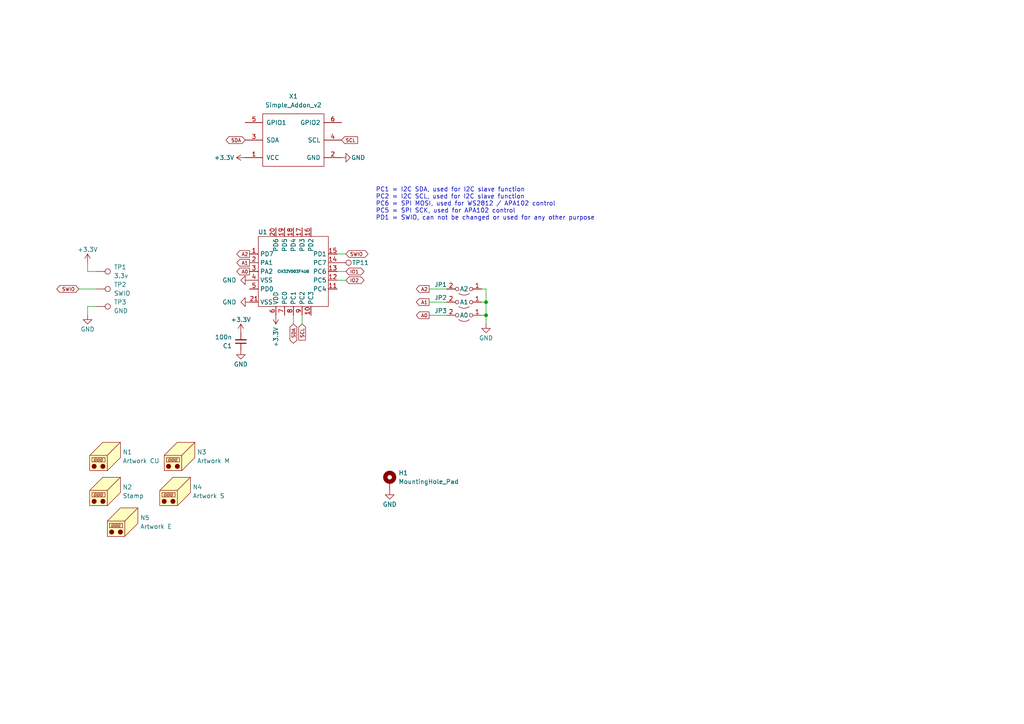
<source format=kicad_sch>
(kicad_sch (version 20231120) (generator "eeschema") (generator_version "7.99")
  (paper "A4")
  (title_block (title "QWIIC to SAO adapter") (date "2024-01-05") (rev "0.1") (company "Nicolai Electronics"))
  (lib_symbols
    (symbol "Connector:TestPoint" (pin_numbers hide) (pin_names (offset 0.762) hide)
      (property "Reference" "TP" (at 0 6.858 0))
      (property "Value" "TestPoint" (at 0 5.08 0))
      (symbol "TestPoint_0_1"
        (circle (center 0 3.302) (radius 0.762))
      )
      (symbol "TestPoint_1_1"
        (pin passive line (at 0 0 90) (length 2.54) (name "1") (number "1"))
      )
    )
    (symbol "Mechanical:Housing" (pin_names (offset 1.016))
      (property "Reference" "N" (at 3.81 0 0))
      (property "Value" "Housing" (at 3.81 -1.905 0))
      (symbol "Housing_0_1"
        (rectangle (start -5.08 -0.635) (end -1.27 -1.905))
        (circle (center -4.445 -3.175) (radius 0.635) (fill (type outline)))
        (circle (center -1.905 -3.175) (radius 0.635) (fill (type outline)))
        (polyline (pts (xy -4.5212 -1.5748) (xy -4.4704 -1.3716)))
        (polyline (pts (xy -4.4196 -1.6764) (xy -4.064 -1.6764)))
        (polyline (pts (xy -4.4196 -1.2192) (xy -4.3688 -0.9652)))
        (polyline (pts (xy -4.318 -1.3208) (xy -4.0132 -1.3208)))
        (polyline (pts (xy -4.2164 -0.9144) (xy -3.9116 -0.9144)))
        (polyline (pts (xy -3.9116 -1.6256) (xy -3.8608 -1.3716)))
        (polyline (pts (xy -3.81 -1.2192) (xy -3.7592 -0.9652)))
        (polyline (pts (xy -3.6068 -1.5748) (xy -3.556 -1.3716)))
        (polyline (pts (xy -3.5052 -1.6764) (xy -3.1496 -1.6764)))
        (polyline (pts (xy -3.5052 -1.2192) (xy -3.4544 -0.9652)))
        (polyline (pts (xy -3.4036 -1.3208) (xy -3.0988 -1.3208)))
        (polyline (pts (xy -3.302 -0.9144) (xy -2.9972 -0.9144)))
        (polyline (pts (xy -2.9972 -1.6256) (xy -2.9464 -1.3716)))
        (polyline (pts (xy -2.8956 -1.2192) (xy -2.8448 -0.9652)))
        (polyline (pts (xy -2.6924 -1.5748) (xy -2.6416 -1.3716)))
        (polyline (pts (xy -2.5908 -1.6764) (xy -2.2352 -1.6764)))
        (polyline (pts (xy -2.5908 -1.2192) (xy -2.54 -0.9652)))
        (polyline (pts (xy -2.4892 -1.3208) (xy -2.1844 -1.3208)))
        (polyline (pts (xy -2.3876 -0.9144) (xy -2.0828 -0.9144)))
        (polyline (pts (xy -2.0828 -1.6256) (xy -2.032 -1.3716)))
        (polyline (pts (xy -1.9812 -1.2192) (xy -1.9304 -0.9652)))
        (polyline (pts (xy -0.635 0) (xy -0.635 -4.445)))
        (polyline (pts (xy -5.715 0) (xy -0.635 0) (xy 3.175 3.81)))
        (polyline (pts (xy -5.715 0) (xy -5.715 -4.445) (xy -0.635 -4.445) (xy 3.175 -0.635) (xy 3.175 3.81) (xy -1.905 3.81) (xy -5.715 0)) (fill (type background)))
      )
    )
    (symbol "Mechanical:MountingHole_Pad" (pin_numbers hide) (pin_names (offset 1.016) hide)
      (property "Reference" "H" (at 0 6.35 0))
      (property "Value" "MountingHole_Pad" (at 0 4.445 0))
      (symbol "MountingHole_Pad_0_1"
        (circle (center 0 1.27) (radius 1.27) (stroke (width 1.27)))
      )
      (symbol "MountingHole_Pad_1_1"
        (pin input line (at 0 -2.54 90) (length 2.54) (name "1") (number "1"))
      )
    )
    (symbol "Simple_Addon_v2:Simple_Addon_v2" (pin_names (offset 1.016))
      (property "Reference" "X" (at 0 0 0))
      (property "Value" "Simple_Addon_v2" (at 0 20.32 0))
      (symbol "Simple_Addon_v2_0_1"
        (rectangle (start -7.62 8.89) (end 7.62 -8.89))
      )
      (symbol "Simple_Addon_v2_1_1"
        (pin input line (at -5.08 13.97 270) (length 5.08) (name "VCC") (number "1"))
        (pin input line (at -5.08 -13.97 90) (length 5.08) (name "GND") (number "2"))
        (pin input line (at 0 13.97 270) (length 5.08) (name "SDA") (number "3"))
        (pin input line (at 0 -13.97 90) (length 5.08) (name "SCL") (number "4"))
        (pin input line (at 5.08 13.97 270) (length 5.08) (name "GPIO1") (number "5"))
        (pin input line (at 5.08 -13.97 90) (length 5.08) (name "GPIO2") (number "6"))
      )
    )
    (symbol "ch32v003:CH32V003F4U6"
      (property "Reference" "U" (at 2.54 -22.86 0))
      (property "Value" "CH32V003F4U6" (at 0 0 0))
      (symbol "CH32V003F4U6_0_1"
        (rectangle (start -10.16 10.16) (end 10.16 -10.16))
      )
      (symbol "CH32V003F4U6_1_1"
        (pin bidirectional line (at -12.7 5.08 0) (length 2.54) (name "PD7") (number "1"))
        (pin bidirectional line (at 5.08 -12.7 90) (length 2.54) (name "PC3") (number "10"))
        (pin bidirectional line (at 12.7 -5.08 180) (length 2.54) (name "PC4") (number "11"))
        (pin bidirectional line (at 12.7 -2.54 180) (length 2.54) (name "PC5") (number "12"))
        (pin bidirectional line (at 12.7 0 180) (length 2.54) (name "PC6") (number "13"))
        (pin bidirectional line (at 12.7 2.54 180) (length 2.54) (name "PC7") (number "14"))
        (pin bidirectional line (at 12.7 5.08 180) (length 2.54) (name "PD1") (number "15"))
        (pin bidirectional line (at 5.08 12.7 270) (length 2.54) (name "PD2") (number "16"))
        (pin bidirectional line (at 2.54 12.7 270) (length 2.54) (name "PD3") (number "17"))
        (pin bidirectional line (at 0 12.7 270) (length 2.54) (name "PD4") (number "18"))
        (pin bidirectional line (at -2.54 12.7 270) (length 2.54) (name "PD5") (number "19"))
        (pin bidirectional line (at -12.7 2.54 0) (length 2.54) (name "PA1") (number "2"))
        (pin bidirectional line (at -5.08 12.7 270) (length 2.54) (name "PD6") (number "20"))
        (pin power_in line (at -12.7 -8.89 0) (length 2.54) (name "VSS") (number "21"))
        (pin bidirectional line (at -12.7 0 0) (length 2.54) (name "PA2") (number "3"))
        (pin power_in line (at -12.7 -2.54 0) (length 2.54) (name "VSS") (number "4"))
        (pin bidirectional line (at -12.7 -5.08 0) (length 2.54) (name "PD0") (number "5"))
        (pin power_in line (at -5.08 -12.7 90) (length 2.54) (name "VDD") (number "6"))
        (pin bidirectional line (at -2.54 -12.7 90) (length 2.54) (name "PC0") (number "7"))
        (pin bidirectional line (at 0 -12.7 90) (length 2.54) (name "PC1") (number "8"))
        (pin bidirectional line (at 2.54 -12.7 90) (length 2.54) (name "PC2") (number "9"))
      )
    )
    (symbol "power:+3.3V" (power) (pin_names (offset 0))
      (property "Value" "+3.3V" (at 0 3.556 0))
      (symbol "+3.3V_0_1"
        (polyline (pts (xy -0.762 1.27) (xy 0 2.54)))
        (polyline (pts (xy 0 0) (xy 0 2.54)))
        (polyline (pts (xy 0 2.54) (xy 0.762 1.27)))
      )
      (symbol "+3.3V_1_1"
        (pin power_in line (at 0 0 90) (length 0) hide (name "+3.3V") (number "1"))
      )
    )
    (symbol "power:GND" (power) (pin_names (offset 0))
      (property "Value" "GND" (at 0 -3.81 0))
      (symbol "GND_0_1"
        (polyline (pts (xy 0 0) (xy 0 -1.27) (xy 1.27 -1.27) (xy 0 -2.54) (xy -1.27 -1.27) (xy 0 -1.27)))
      )
      (symbol "GND_1_1"
        (pin power_in line (at 0 0 270) (length 0) hide (name "GND") (number "1"))
      )
    )
    (symbol "vfd:C_Small" (pin_numbers hide) (pin_names (offset 0.254) hide)
      (property "Reference" "C" (at 0.254 1.778 0))
      (property "Value" "C_Small" (at 0.254 -2.032 0))
      (symbol "C_Small_0_1"
        (polyline (pts (xy -1.524 -0.508) (xy 1.524 -0.508)) (stroke (width 0.3302)))
        (polyline (pts (xy -1.524 0.508) (xy 1.524 0.508)) (stroke (width 0.3048)))
      )
      (symbol "C_Small_1_1"
        (pin passive line (at 0 2.54 270) (length 2.032) (name "~") (number "1"))
        (pin passive line (at 0 -2.54 90) (length 2.032) (name "~") (number "2"))
      )
    )
    (symbol "vfd:Jumper_2_Open" (pin_names (offset 0) hide)
      (property "Reference" "JP" (at 0 2.794 0))
      (property "Value" "Jumper_2_Open" (at 0 -2.286 0))
      (symbol "Jumper_2_Open_0_0"
        (circle (center -2.032 0) (radius 0.508))
        (circle (center 2.032 0) (radius 0.508))
      )
      (symbol "Jumper_2_Open_0_1"
        (arc (start 1.524 1.27) (mid 0 1.778) (end -1.524 1.27))
      )
      (symbol "Jumper_2_Open_1_1"
        (pin passive line (at -5.08 0 0) (length 2.54) (name "A") (number "1"))
        (pin passive line (at 5.08 0 180) (length 2.54) (name "B") (number "2"))
      )
    )
  )
  (junction (at 140.97 87.63))
  (junction (at 140.97 91.44))
  (wire (pts (xy 139.7 87.63) (xy 140.97 87.63)))
  (wire (pts (xy 97.79 78.74) (xy 100.33 78.74)))
  (wire (pts (xy 85.09 91.44) (xy 85.09 93.98)))
  (wire (pts (xy 25.4 78.74) (xy 27.94 78.74)))
  (wire (pts (xy 87.63 91.44) (xy 87.63 93.98)))
  (wire (pts (xy 124.46 83.82) (xy 129.54 83.82)))
  (wire (pts (xy 27.94 88.9) (xy 25.4 88.9)))
  (wire (pts (xy 124.46 87.63) (xy 129.54 87.63)))
  (wire (pts (xy 25.4 88.9) (xy 25.4 91.44)))
  (wire (pts (xy 140.97 91.44) (xy 140.97 93.98)))
  (wire (pts (xy 139.7 91.44) (xy 140.97 91.44)))
  (wire (pts (xy 97.79 73.66) (xy 100.33 73.66)))
  (wire (pts (xy 139.7 83.82) (xy 140.97 83.82)))
  (wire (pts (xy 25.4 76.2) (xy 25.4 78.74)))
  (wire (pts (xy 22.86 83.82) (xy 27.94 83.82)))
  (wire (pts (xy 124.46 91.44) (xy 129.54 91.44)))
  (wire (pts (xy 140.97 87.63) (xy 140.97 91.44)))
  (wire (pts (xy 140.97 83.82) (xy 140.97 87.63)))
  (wire (pts (xy 97.79 81.28) (xy 100.33 81.28)))
  (text "PC1 = I2C SDA, used for I2C slave function\nPC2 = I2C SCL, used for I2C slave function\nPC6 = SPI MOSI, used for WS2812 / APA102 control \nPC5 = SPI SCK, used for APA102 control\nPD1 = SWIO, can not be changed or used for any other purpose" (at 108.966 59.182 0) (effects (font (size 1.27 1.27)) (justify left)))
  (global_label "SDA" (shape bidirectional) (at 71.12 40.64 180) (effects (font (size 1 1))) (property "Intersheetrefs" "${INTERSHEET_REFS}" (effects (hide yes))))
  (global_label "SCL" (shape input) (at 87.63 93.98 270) (effects (font (size 1 1))) (property "Intersheetrefs" "${INTERSHEET_REFS}" (effects (hide yes))))
  (global_label "A1" (shape output) (at 72.39 76.2 180) (effects (font (size 1 1))) (property "Intersheetrefs" "${INTERSHEET_REFS}" (effects (hide yes))))
  (global_label "SDA" (shape bidirectional) (at 85.09 93.98 270) (effects (font (size 1 1))) (property "Intersheetrefs" "${INTERSHEET_REFS}" (effects (hide yes))))
  (global_label "A2" (shape output) (at 72.39 73.66 180) (effects (font (size 1 1))) (property "Intersheetrefs" "${INTERSHEET_REFS}" (effects (hide yes))))
  (global_label "A0" (shape output) (at 124.46 91.44 180) (effects (font (size 1 1))) (property "Intersheetrefs" "${INTERSHEET_REFS}" (effects (hide yes))))
  (global_label "SCL" (shape input) (at 99.06 40.64 0) (effects (font (size 1 1))) (property "Intersheetrefs" "${INTERSHEET_REFS}" (effects (hide yes))))
  (global_label "A2" (shape output) (at 124.46 83.82 180) (effects (font (size 1 1))) (property "Intersheetrefs" "${INTERSHEET_REFS}" (effects (hide yes))))
  (global_label "SWIO" (shape bidirectional) (at 22.86 83.82 180) (effects (font (size 1 1))) (property "Intersheetrefs" "${INTERSHEET_REFS}" (effects (hide yes))))
  (global_label "SWIO" (shape bidirectional) (at 100.33 73.66 0) (effects (font (size 1 1))) (property "Intersheetrefs" "${INTERSHEET_REFS}" (effects (hide yes))))
  (global_label "IO2" (shape bidirectional) (at 100.33 81.28 0) (effects (font (size 1 1))) (property "Intersheetrefs" "${INTERSHEET_REFS}" (effects (hide yes))))
  (global_label "A0" (shape output) (at 72.39 78.74 180) (effects (font (size 1 1))) (property "Intersheetrefs" "${INTERSHEET_REFS}" (effects (hide yes))))
  (global_label "A1" (shape output) (at 124.46 87.63 180) (effects (font (size 1 1))) (property "Intersheetrefs" "${INTERSHEET_REFS}" (effects (hide yes))))
  (global_label "IO1" (shape bidirectional) (at 100.33 78.74 0) (effects (font (size 1 1))) (property "Intersheetrefs" "${INTERSHEET_REFS}" (effects (hide yes))))
  (symbol (lib_id "Mechanical:Housing") (at 52.07 142.24 0) (unit 1)
    (property "Reference" "N4" (at 55.88 141.2874 0) (effects (justify left)))
    (property "Value" "Artwork S" (at 55.88 143.8274 0) (effects (justify left)))
    (property "Footprint" "artwork:Brooch_F.SilkS" (effects (hide yes)))
    (property "Description" "Housing" (effects (hide yes)))
    (property "LCSC" "-" (effects (hide yes)))
  )
  (symbol (lib_id "power:GND") (at 113.03 142.24 0) (unit 1)
    (property "Reference" "#PWR05" (effects (hide yes)))
    (property "Value" "GND" (at 113.03 146.304 0))
  )
  (symbol (lib_id "power:GND") (at 99.06 45.72 90) (unit 1)
    (property "Reference" "#PWR013" (effects (hide yes)))
    (property "Value" "GND" (at 103.886 45.72 90))
  )
  (symbol (lib_id "Connector:TestPoint") (at 27.94 83.82 270) (unit 1)
    (property "Reference" "TP2" (at 33.02 82.5499 90) (effects (justify left)))
    (property "Value" "SWIO" (at 33.02 85.0899 90) (effects (justify left)))
    (property "Footprint" "TestPoint:TestPoint_Pad_D2.0mm" (effects (hide yes)))
    (property "Description" "test point" (effects (hide yes)))
    (property "LCSC" "-" (effects (hide yes)))
  )
  (symbol (lib_id "Connector:TestPoint") (at 97.79 76.2 270) (unit 1)
    (property "Reference" "TP11" (at 102.108 76.2 90) (effects (justify left)))
    (property "Value" "14" (effects (hide yes)))
    (property "Footprint" "TestPoint:TestPoint_Pad_D2.0mm" (effects (hide yes)))
    (property "Description" "test point" (effects (hide yes)))
    (property "LCSC" "-" (effects (hide yes)))
  )
  (symbol (lib_id "vfd:Jumper_2_Open") (at 134.62 83.82 180) (unit 1)
    (property "Reference" "JP1" (at 125.984 82.55 0) (effects (justify right)))
    (property "Value" "A2" (at 133.35 83.82 0) (effects (justify right)))
    (property "Footprint" "Jumper:SolderJumper-2_P1.3mm_Open_TrianglePad1.0x1.5mm" (effects (hide yes)))
    (property "Description" "Jumper, 2-pole, open" (effects (hide yes)))
    (property "LCSC" "-" (effects (hide yes)))
  )
  (symbol (lib_id "power:+3.3V") (at 69.85 96.52 0) (unit 1)
    (property "Reference" "#PWR07" (effects (hide yes)))
    (property "Value" "+3.3V" (at 69.85 92.71 0))
  )
  (symbol (lib_id "power:+3.3V") (at 80.01 91.44 180) (unit 1)
    (property "Reference" "#PWR012" (effects (hide yes)))
    (property "Value" "+3.3V" (at 80.01 97.79 90))
  )
  (symbol (lib_id "power:GND") (at 140.97 93.98 0) (unit 1)
    (property "Reference" "#PWR014" (effects (hide yes)))
    (property "Value" "GND" (at 140.97 98.044 0))
  )
  (symbol (lib_id "power:GND") (at 72.39 81.28 270) (unit 1)
    (property "Reference" "#PWR010" (effects (hide yes)))
    (property "Value" "GND" (at 68.58 81.28 90) (effects (justify right)))
  )
  (symbol (lib_id "Mechanical:Housing") (at 31.75 132.08 0) (unit 1)
    (property "Reference" "N1" (at 35.56 131.1274 0) (effects (justify left)))
    (property "Value" "Artwork CU" (at 35.56 133.6674 0) (effects (justify left)))
    (property "Footprint" "artwork:Brooch_F.Cu" (effects (hide yes)))
    (property "Description" "Housing" (effects (hide yes)))
    (property "LCSC" "-" (effects (hide yes)))
  )
  (symbol (lib_id "Mechanical:Housing") (at 36.83 151.13 0) (unit 1)
    (property "Reference" "N5" (at 40.64 150.1774 0) (effects (justify left)))
    (property "Value" "Artwork E" (at 40.64 152.7174 0) (effects (justify left)))
    (property "Footprint" "artwork:Brooch_EdgeCut" (effects (hide yes)))
    (property "Description" "Housing" (effects (hide yes)))
    (property "LCSC" "-" (effects (hide yes)))
  )
  (symbol (lib_id "Connector:TestPoint") (at 27.94 78.74 270) (unit 1)
    (property "Reference" "TP1" (at 33.02 77.4699 90) (effects (justify left)))
    (property "Value" "3.3v" (at 33.02 80.0099 90) (effects (justify left)))
    (property "Footprint" "TestPoint:TestPoint_Pad_D2.0mm" (effects (hide yes)))
    (property "Description" "test point" (effects (hide yes)))
    (property "LCSC" "-" (effects (hide yes)))
  )
  (symbol (lib_id "Mechanical:Housing") (at 31.75 142.24 0) (unit 1)
    (property "Reference" "N2" (at 35.56 141.2874 0) (effects (justify left)))
    (property "Value" "Stamp" (at 35.56 143.8274 0) (effects (justify left)))
    (property "Footprint" "artwork:stamp" (effects (hide yes)))
    (property "Description" "Housing" (effects (hide yes)))
    (property "LCSC" "-" (effects (hide yes)))
  )
  (symbol (lib_id "power:GND") (at 69.85 101.6 0) (unit 1)
    (property "Reference" "#PWR08" (effects (hide yes)))
    (property "Value" "GND" (at 69.85 105.664 0))
  )
  (symbol (lib_id "Mechanical:MountingHole_Pad") (at 113.03 139.7 0) (unit 1)
    (property "Reference" "H1" (at 115.57 137.1599 0) (effects (justify left)))
    (property "Value" "MountingHole_Pad" (at 115.57 139.6999 0) (effects (justify left)))
    (property "Footprint" "artwork:TestPoint_Pad_D5.0mm" (effects (hide yes)))
    (property "Description" "Mounting Hole with connection" (effects (hide yes)))
  )
  (symbol (lib_id "power:+3.3V") (at 71.12 45.72 90) (unit 1)
    (property "Reference" "#PWR09" (effects (hide yes)))
    (property "Value" "+3.3V" (at 65.024 45.72 90))
  )
  (symbol (lib_id "vfd:C_Small") (at 69.85 99.06 180) (unit 1)
    (property "Reference" "C1" (at 67.31 100.3237 0) (effects (justify left)))
    (property "Value" "100n" (at 67.31 97.7837 0) (effects (justify left)))
    (property "Footprint" "Capacitor_SMD:C_0402_1005Metric" (effects (hide yes)))
  )
  (symbol (lib_id "power:GND") (at 72.39 87.63 270) (unit 1)
    (property "Reference" "#PWR011" (effects (hide yes)))
    (property "Value" "GND" (at 68.58 87.63 90) (effects (justify right)))
  )
  (symbol (lib_id "vfd:Jumper_2_Open") (at 134.62 91.44 180) (unit 1)
    (property "Reference" "JP3" (at 125.984 90.17 0) (effects (justify right)))
    (property "Value" "A0" (at 133.35 91.44 0) (effects (justify right)))
    (property "Footprint" "Jumper:SolderJumper-2_P1.3mm_Open_TrianglePad1.0x1.5mm" (effects (hide yes)))
    (property "Description" "Jumper, 2-pole, open" (effects (hide yes)))
    (property "LCSC" "-" (effects (hide yes)))
  )
  (symbol (lib_id "Simple_Addon_v2:Simple_Addon_v2") (at 85.09 40.64 90) (unit 1)
    (property "Reference" "X1" (at 85.09 27.94 90))
    (property "Value" "Simple_Addon_v2" (at 85.09 30.48 90))
    (property "Footprint" "Connector_PinHeader_2.54mm:PinHeader_2x03_P2.54mm_Vertical_SMD" (effects (hide yes)))
    (property "LCSC" "-" (effects (hide yes)))
  )
  (symbol (lib_id "power:GND") (at 25.4 91.44 0) (unit 1)
    (property "Reference" "#PWR02" (effects (hide yes)))
    (property "Value" "GND" (at 25.4 95.504 0))
  )
  (symbol (lib_id "power:+3.3V") (at 25.4 76.2 0) (unit 1)
    (property "Reference" "#PWR01" (effects (hide yes)))
    (property "Value" "+3.3V" (at 25.4 72.39 0))
  )
  (symbol (lib_id "ch32v003:CH32V003F4U6") (at 85.09 78.74 0) (unit 1)
    (property "Reference" "U1" (at 76.2 67.31 0))
    (property "Value" "CH32V003F4U6" (at 85.09 78.74 0) (effects (font (size 0.8 0.8))))
    (property "Footprint" "Package_DFN_QFN:QFN-20-1EP_3x3mm_P0.4mm_EP1.65x1.65mm" (effects (hide yes)))
    (property "LCSC" "C5299908" (effects (hide yes)))
  )
  (symbol (lib_id "Mechanical:Housing") (at 53.34 132.08 0) (unit 1)
    (property "Reference" "N3" (at 57.15 131.1274 0) (effects (justify left)))
    (property "Value" "Artwork M" (at 57.15 133.6674 0) (effects (justify left)))
    (property "Footprint" "artwork:Brooch_F.Mask" (effects (hide yes)))
    (property "Description" "Housing" (effects (hide yes)))
    (property "LCSC" "-" (effects (hide yes)))
  )
  (symbol (lib_id "vfd:Jumper_2_Open") (at 134.62 87.63 180) (unit 1)
    (property "Reference" "JP2" (at 125.984 86.36 0) (effects (justify right)))
    (property "Value" "A1" (at 133.35 87.63 0) (effects (justify right)))
    (property "Footprint" "Jumper:SolderJumper-2_P1.3mm_Open_TrianglePad1.0x1.5mm" (effects (hide yes)))
    (property "Description" "Jumper, 2-pole, open" (effects (hide yes)))
    (property "LCSC" "-" (effects (hide yes)))
  )
  (symbol (lib_id "Connector:TestPoint") (at 27.94 88.9 270) (unit 1)
    (property "Reference" "TP3" (at 33.02 87.6299 90) (effects (justify left)))
    (property "Value" "GND" (at 33.02 90.1699 90) (effects (justify left)))
    (property "Footprint" "TestPoint:TestPoint_Pad_D2.0mm" (effects (hide yes)))
    (property "Description" "test point" (effects (hide yes)))
    (property "LCSC" "-" (effects (hide yes)))
  )
)
</source>
